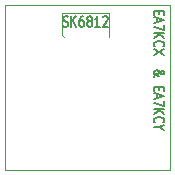
<source format=gbr>
%TF.GenerationSoftware,KiCad,Pcbnew,5.1.9*%
%TF.CreationDate,2021-04-13T03:12:43+02:00*%
%TF.ProjectId,_autosave-keycap,5f617574-6f73-4617-9665-2d6b65796361,rev?*%
%TF.SameCoordinates,Original*%
%TF.FileFunction,Legend,Top*%
%TF.FilePolarity,Positive*%
%FSLAX46Y46*%
G04 Gerber Fmt 4.6, Leading zero omitted, Abs format (unit mm)*
G04 Created by KiCad (PCBNEW 5.1.9) date 2021-04-13 03:12:43*
%MOMM*%
%LPD*%
G01*
G04 APERTURE LIST*
%ADD10C,0.160000*%
%ADD11C,0.120000*%
G04 APERTURE END LIST*
D10*
X127206525Y-106754920D02*
X127206525Y-106988253D01*
X126735097Y-107088253D02*
X126735097Y-106754920D01*
X127635097Y-106754920D01*
X127635097Y-107088253D01*
X126992240Y-107354920D02*
X126992240Y-107688253D01*
X126735097Y-107288253D02*
X127635097Y-107521586D01*
X126735097Y-107754920D01*
X127635097Y-107921586D02*
X127635097Y-108388253D01*
X126735097Y-108088253D01*
X126735097Y-108654920D02*
X127635097Y-108654920D01*
X126735097Y-109054920D02*
X127249382Y-108754920D01*
X127635097Y-109054920D02*
X127120811Y-108654920D01*
X126820811Y-109754920D02*
X126777954Y-109721586D01*
X126735097Y-109621586D01*
X126735097Y-109554920D01*
X126777954Y-109454920D01*
X126863668Y-109388253D01*
X126949382Y-109354920D01*
X127120811Y-109321586D01*
X127249382Y-109321586D01*
X127420811Y-109354920D01*
X127506525Y-109388253D01*
X127592240Y-109454920D01*
X127635097Y-109554920D01*
X127635097Y-109621586D01*
X127592240Y-109721586D01*
X127549382Y-109754920D01*
X127635097Y-109988253D02*
X126735097Y-110454920D01*
X127635097Y-110454920D02*
X126735097Y-109988253D01*
X126735097Y-112354920D02*
X126735097Y-112321586D01*
X126777954Y-112254920D01*
X126906525Y-112154920D01*
X127163668Y-111988253D01*
X127292240Y-111921586D01*
X127420811Y-111888253D01*
X127506525Y-111888253D01*
X127592240Y-111921586D01*
X127635097Y-111988253D01*
X127635097Y-112021586D01*
X127592240Y-112088253D01*
X127506525Y-112121586D01*
X127463668Y-112121586D01*
X127377954Y-112088253D01*
X127335097Y-112054920D01*
X127163668Y-111854920D01*
X127120811Y-111821586D01*
X127035097Y-111788253D01*
X126906525Y-111788253D01*
X126820811Y-111821586D01*
X126777954Y-111854920D01*
X126735097Y-111921586D01*
X126735097Y-112021586D01*
X126777954Y-112088253D01*
X126820811Y-112121586D01*
X126992240Y-112221586D01*
X127120811Y-112254920D01*
X127206525Y-112254920D01*
X127206525Y-113188253D02*
X127206525Y-113421586D01*
X126735097Y-113521586D02*
X126735097Y-113188253D01*
X127635097Y-113188253D01*
X127635097Y-113521586D01*
X126992240Y-113788253D02*
X126992240Y-114121586D01*
X126735097Y-113721586D02*
X127635097Y-113954920D01*
X126735097Y-114188253D01*
X127635097Y-114354920D02*
X127635097Y-114821586D01*
X126735097Y-114521586D01*
X126735097Y-115088253D02*
X127635097Y-115088253D01*
X126735097Y-115488253D02*
X127249382Y-115188253D01*
X127635097Y-115488253D02*
X127120811Y-115088253D01*
X126820811Y-116188253D02*
X126777954Y-116154920D01*
X126735097Y-116054920D01*
X126735097Y-115988253D01*
X126777954Y-115888253D01*
X126863668Y-115821586D01*
X126949382Y-115788253D01*
X127120811Y-115754920D01*
X127249382Y-115754920D01*
X127420811Y-115788253D01*
X127506525Y-115821586D01*
X127592240Y-115888253D01*
X127635097Y-115988253D01*
X127635097Y-116054920D01*
X127592240Y-116154920D01*
X127549382Y-116188253D01*
X127163668Y-116621586D02*
X126735097Y-116621586D01*
X127635097Y-116388253D02*
X127163668Y-116621586D01*
X127635097Y-116854920D01*
D11*
%TO.C,SW1*%
X128104900Y-120243600D02*
X114134900Y-120243600D01*
X114134900Y-120243600D02*
X114134900Y-106273600D01*
X114134900Y-106273600D02*
X128104900Y-106273600D01*
X128104900Y-106273600D02*
X128104900Y-120243600D01*
%TO.C,REF\u002A\u002A*%
X122958000Y-108972200D02*
X122958000Y-106972200D01*
X122958000Y-106972200D02*
X118958000Y-106972200D01*
X118958000Y-106972200D02*
X118958000Y-108772200D01*
X118958000Y-108772200D02*
X119158000Y-108972200D01*
D10*
X119071466Y-108060285D02*
X119171466Y-108103142D01*
X119338133Y-108103142D01*
X119404800Y-108060285D01*
X119438133Y-108017428D01*
X119471466Y-107931714D01*
X119471466Y-107846000D01*
X119438133Y-107760285D01*
X119404800Y-107717428D01*
X119338133Y-107674571D01*
X119204800Y-107631714D01*
X119138133Y-107588857D01*
X119104800Y-107546000D01*
X119071466Y-107460285D01*
X119071466Y-107374571D01*
X119104800Y-107288857D01*
X119138133Y-107246000D01*
X119204800Y-107203142D01*
X119371466Y-107203142D01*
X119471466Y-107246000D01*
X119771466Y-108103142D02*
X119771466Y-107203142D01*
X120171466Y-108103142D02*
X119871466Y-107588857D01*
X120171466Y-107203142D02*
X119771466Y-107717428D01*
X120771466Y-107203142D02*
X120638133Y-107203142D01*
X120571466Y-107246000D01*
X120538133Y-107288857D01*
X120471466Y-107417428D01*
X120438133Y-107588857D01*
X120438133Y-107931714D01*
X120471466Y-108017428D01*
X120504800Y-108060285D01*
X120571466Y-108103142D01*
X120704800Y-108103142D01*
X120771466Y-108060285D01*
X120804800Y-108017428D01*
X120838133Y-107931714D01*
X120838133Y-107717428D01*
X120804800Y-107631714D01*
X120771466Y-107588857D01*
X120704800Y-107546000D01*
X120571466Y-107546000D01*
X120504800Y-107588857D01*
X120471466Y-107631714D01*
X120438133Y-107717428D01*
X121238133Y-107588857D02*
X121171466Y-107546000D01*
X121138133Y-107503142D01*
X121104800Y-107417428D01*
X121104800Y-107374571D01*
X121138133Y-107288857D01*
X121171466Y-107246000D01*
X121238133Y-107203142D01*
X121371466Y-107203142D01*
X121438133Y-107246000D01*
X121471466Y-107288857D01*
X121504800Y-107374571D01*
X121504800Y-107417428D01*
X121471466Y-107503142D01*
X121438133Y-107546000D01*
X121371466Y-107588857D01*
X121238133Y-107588857D01*
X121171466Y-107631714D01*
X121138133Y-107674571D01*
X121104800Y-107760285D01*
X121104800Y-107931714D01*
X121138133Y-108017428D01*
X121171466Y-108060285D01*
X121238133Y-108103142D01*
X121371466Y-108103142D01*
X121438133Y-108060285D01*
X121471466Y-108017428D01*
X121504800Y-107931714D01*
X121504800Y-107760285D01*
X121471466Y-107674571D01*
X121438133Y-107631714D01*
X121371466Y-107588857D01*
X122171466Y-108103142D02*
X121771466Y-108103142D01*
X121971466Y-108103142D02*
X121971466Y-107203142D01*
X121904800Y-107331714D01*
X121838133Y-107417428D01*
X121771466Y-107460285D01*
X122438133Y-107288857D02*
X122471466Y-107246000D01*
X122538133Y-107203142D01*
X122704800Y-107203142D01*
X122771466Y-107246000D01*
X122804800Y-107288857D01*
X122838133Y-107374571D01*
X122838133Y-107460285D01*
X122804800Y-107588857D01*
X122404800Y-108103142D01*
X122838133Y-108103142D01*
%TD*%
M02*

</source>
